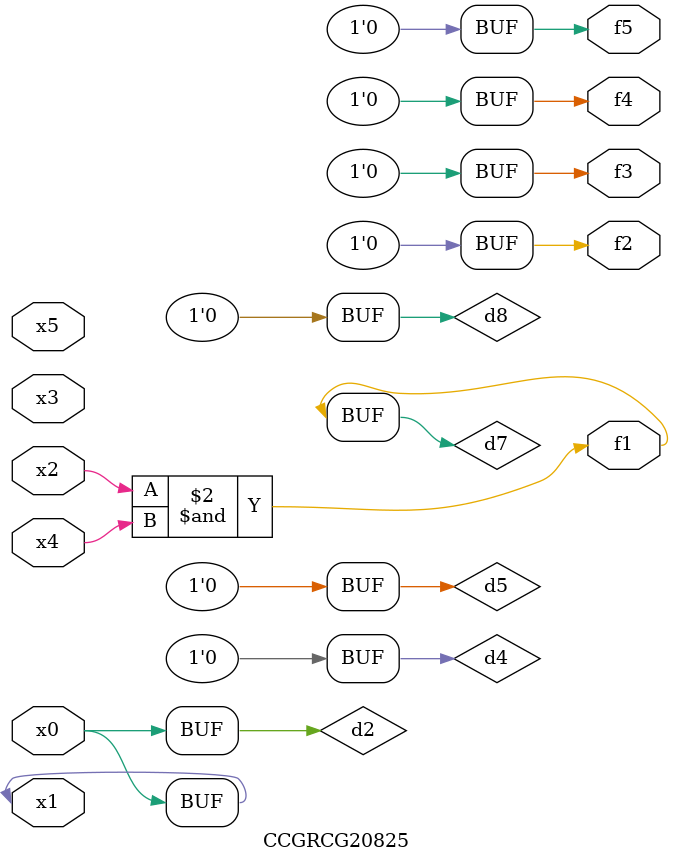
<source format=v>
module CCGRCG20825(
	input x0, x1, x2, x3, x4, x5,
	output f1, f2, f3, f4, f5
);

	wire d1, d2, d3, d4, d5, d6, d7, d8, d9;

	nand (d1, x1);
	buf (d2, x0, x1);
	nand (d3, x2, x4);
	and (d4, d1, d2);
	and (d5, d1, d2);
	nand (d6, d1, d3);
	not (d7, d3);
	xor (d8, d5);
	nor (d9, d5, d6);
	assign f1 = d7;
	assign f2 = d8;
	assign f3 = d8;
	assign f4 = d8;
	assign f5 = d8;
endmodule

</source>
